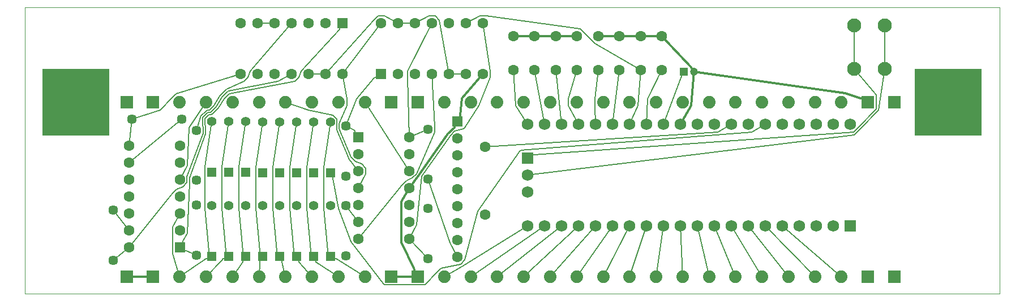
<source format=gbl>
G04 (created by PCBNEW (2013-07-07 BZR 4022)-stable) date 4/22/2014 12:16:29 PM*
%MOIN*%
G04 Gerber Fmt 3.4, Leading zero omitted, Abs format*
%FSLAX34Y34*%
G01*
G70*
G90*
G04 APERTURE LIST*
%ADD10C,0.00590551*%
%ADD11C,0.00393701*%
%ADD12R,0.056X0.056*%
%ADD13C,0.056*%
%ADD14R,0.0629921X0.0629921*%
%ADD15C,0.0629921*%
%ADD16C,0.063*%
%ADD17R,0.0740157X0.0740157*%
%ADD18C,0.0740157*%
%ADD19R,0.393701X0.393701*%
%ADD20C,0.0688976*%
%ADD21R,0.0688976X0.0688976*%
%ADD22C,0.0570866*%
%ADD23C,0.0826772*%
%ADD24R,0.0472441X0.0472441*%
%ADD25C,0.0472441*%
%ADD26C,0.006*%
%ADD27C,0.012*%
G04 APERTURE END LIST*
G54D10*
G54D11*
X7500Y-13900D02*
X7500Y-30800D01*
X64900Y-30800D02*
X64900Y-13900D01*
X7500Y-13900D02*
X64900Y-13900D01*
X64900Y-30800D02*
X7500Y-30800D01*
G54D12*
X18500Y-23650D03*
G54D13*
X18500Y-20650D03*
G54D12*
X25500Y-28600D03*
G54D13*
X25500Y-25600D03*
G54D12*
X25500Y-23665D03*
G54D13*
X25500Y-20665D03*
G54D12*
X24500Y-28600D03*
G54D13*
X24500Y-25600D03*
G54D12*
X18500Y-28600D03*
G54D13*
X18500Y-25600D03*
G54D12*
X19500Y-23650D03*
G54D13*
X19500Y-20650D03*
G54D12*
X19500Y-28600D03*
G54D13*
X19500Y-25600D03*
G54D12*
X20500Y-23650D03*
G54D13*
X20500Y-20650D03*
G54D12*
X20500Y-28600D03*
G54D13*
X20500Y-25600D03*
G54D12*
X21500Y-23683D03*
G54D13*
X21500Y-20683D03*
G54D12*
X21500Y-28600D03*
G54D13*
X21500Y-25600D03*
G54D12*
X22500Y-23670D03*
G54D13*
X22500Y-20670D03*
G54D12*
X22500Y-28600D03*
G54D13*
X22500Y-25600D03*
G54D12*
X24500Y-23676D03*
G54D13*
X24500Y-20676D03*
G54D12*
X23500Y-28600D03*
G54D13*
X23500Y-25600D03*
G54D12*
X23500Y-23667D03*
G54D13*
X23500Y-20667D03*
G54D14*
X32992Y-20640D03*
G54D15*
X32992Y-21640D03*
X32992Y-22640D03*
X32992Y-23640D03*
X32992Y-24640D03*
X32992Y-25640D03*
X32992Y-26640D03*
X32992Y-27640D03*
X32992Y-28640D03*
G54D16*
X34600Y-22141D03*
X34600Y-26141D03*
X36267Y-17610D03*
X36267Y-15610D03*
X37517Y-17610D03*
X37517Y-15610D03*
X38767Y-17610D03*
X38767Y-15610D03*
X40016Y-17610D03*
X40016Y-15610D03*
X41266Y-17610D03*
X41266Y-15610D03*
X43766Y-17610D03*
X43766Y-15610D03*
X45016Y-17610D03*
X45016Y-15610D03*
X42516Y-17610D03*
X42516Y-15610D03*
G54D17*
X15059Y-29800D03*
G54D18*
X16618Y-29800D03*
X18177Y-29800D03*
X19736Y-29800D03*
X21295Y-29800D03*
X22854Y-29800D03*
X24413Y-29800D03*
X25972Y-29800D03*
X27531Y-29800D03*
G54D17*
X29090Y-29800D03*
X30649Y-29800D03*
G54D18*
X32208Y-29800D03*
X33767Y-29800D03*
X35326Y-29800D03*
X36885Y-29800D03*
X38444Y-29800D03*
X40003Y-29800D03*
X41562Y-29800D03*
X43122Y-29800D03*
X44681Y-29800D03*
X46240Y-29800D03*
X47799Y-29800D03*
X49358Y-29800D03*
X50917Y-29800D03*
X52476Y-29800D03*
X54035Y-29800D03*
X55594Y-29800D03*
G54D17*
X13500Y-29800D03*
X57153Y-29800D03*
X58712Y-29800D03*
X15059Y-19500D03*
G54D18*
X16618Y-19500D03*
X18177Y-19500D03*
X19736Y-19500D03*
X21295Y-19500D03*
X22854Y-19500D03*
X24413Y-19500D03*
X25972Y-19500D03*
X27531Y-19500D03*
G54D17*
X29090Y-19500D03*
X30649Y-19500D03*
G54D18*
X32208Y-19500D03*
X33767Y-19500D03*
X35326Y-19500D03*
X36885Y-19500D03*
X38444Y-19500D03*
X40003Y-19500D03*
X41562Y-19500D03*
X43122Y-19500D03*
X44681Y-19500D03*
X46240Y-19500D03*
X47799Y-19500D03*
X49358Y-19500D03*
X50917Y-19500D03*
X52476Y-19500D03*
X54035Y-19500D03*
X55594Y-19500D03*
G54D17*
X13500Y-19500D03*
X57153Y-19500D03*
X58712Y-19500D03*
G54D19*
X10500Y-19500D03*
X61877Y-19500D03*
G54D14*
X16630Y-28070D03*
G54D15*
X16630Y-27070D03*
X16630Y-26070D03*
X16630Y-25070D03*
X16630Y-24070D03*
X16630Y-23070D03*
X16630Y-22070D03*
X13630Y-22070D03*
X13630Y-23070D03*
X13630Y-24070D03*
X13630Y-25070D03*
X13630Y-26070D03*
X13630Y-27070D03*
X13630Y-28070D03*
G54D14*
X28490Y-17850D03*
G54D15*
X29490Y-17850D03*
X30490Y-17850D03*
X31490Y-17850D03*
X32490Y-17850D03*
X33490Y-17850D03*
X34490Y-17850D03*
X34490Y-14850D03*
X33490Y-14850D03*
X32490Y-14850D03*
X31490Y-14850D03*
X30490Y-14850D03*
X29490Y-14850D03*
X28490Y-14850D03*
G54D14*
X26223Y-14850D03*
G54D15*
X25223Y-14850D03*
X24223Y-14850D03*
X23223Y-14850D03*
X22223Y-14850D03*
X21223Y-14850D03*
X20223Y-14850D03*
X20223Y-17850D03*
X21223Y-17850D03*
X22223Y-17850D03*
X23223Y-17850D03*
X24223Y-17850D03*
X25223Y-17850D03*
X26223Y-17850D03*
G54D14*
X27153Y-21580D03*
G54D15*
X27153Y-22580D03*
X27153Y-23580D03*
X27153Y-24580D03*
X27153Y-25580D03*
X27153Y-26580D03*
X27153Y-27580D03*
X30153Y-27580D03*
X30153Y-26580D03*
X30153Y-25580D03*
X30153Y-24580D03*
X30153Y-23580D03*
X30153Y-22580D03*
X30153Y-21580D03*
G54D20*
X56111Y-20819D03*
X55111Y-20819D03*
X54111Y-20819D03*
X53111Y-20819D03*
X52111Y-20819D03*
X51111Y-20819D03*
X50111Y-20819D03*
X49111Y-20819D03*
X48111Y-20819D03*
X47111Y-20819D03*
X46111Y-20819D03*
X45111Y-20819D03*
X44111Y-20819D03*
X43111Y-20819D03*
X42111Y-20819D03*
X41111Y-20819D03*
X40111Y-20819D03*
X39111Y-20819D03*
X38111Y-20819D03*
X37111Y-20819D03*
X37111Y-26819D03*
X38111Y-26819D03*
X39111Y-26819D03*
X40111Y-26819D03*
X41111Y-26819D03*
X42111Y-26819D03*
X43111Y-26819D03*
X44111Y-26819D03*
X45111Y-26819D03*
X46111Y-26819D03*
X47111Y-26819D03*
X48111Y-26819D03*
X49111Y-26819D03*
X50111Y-26819D03*
X51111Y-26819D03*
X52111Y-26819D03*
X53111Y-26819D03*
X54111Y-26819D03*
X55111Y-26819D03*
G54D21*
X56111Y-26819D03*
X37111Y-22819D03*
G54D20*
X37111Y-23819D03*
X37111Y-24819D03*
G54D22*
X31250Y-24048D03*
X31250Y-21095D03*
X31250Y-25785D03*
X31250Y-28737D03*
X26400Y-25609D03*
X26400Y-28561D03*
X26400Y-23876D03*
X26400Y-20923D03*
X12719Y-25883D03*
X12719Y-28836D03*
X16752Y-20495D03*
X13800Y-20495D03*
X17600Y-24126D03*
X17600Y-21173D03*
X17600Y-25592D03*
X17600Y-28545D03*
G54D23*
X58129Y-17539D03*
X58129Y-14980D03*
X56358Y-17539D03*
X56358Y-14980D03*
G54D24*
X46309Y-17700D03*
G54D25*
X46900Y-17700D03*
G54D26*
X26223Y-17850D02*
X28490Y-14850D01*
X26462Y-19296D02*
X26223Y-17850D01*
X26462Y-19703D02*
X26462Y-19296D01*
X26013Y-20763D02*
X26462Y-19703D01*
X26013Y-21083D02*
X26013Y-20763D01*
X26718Y-22760D02*
X26013Y-21083D01*
X26972Y-23015D02*
X26718Y-22760D01*
X27333Y-23145D02*
X26972Y-23015D01*
X27588Y-23400D02*
X27333Y-23145D01*
X27588Y-23760D02*
X27588Y-23400D01*
X27153Y-24580D02*
X27588Y-23760D01*
X36395Y-19703D02*
X36267Y-17610D01*
X37111Y-20819D02*
X36395Y-19703D01*
X38111Y-20819D02*
X37517Y-17610D01*
X39111Y-20819D02*
X38767Y-17610D01*
X39513Y-19703D02*
X40111Y-20819D01*
X39513Y-19296D02*
X39513Y-19703D01*
X40016Y-17610D02*
X39513Y-19296D01*
X41072Y-19296D02*
X41266Y-17610D01*
X41072Y-19703D02*
X41072Y-19296D01*
X41111Y-20819D02*
X41072Y-19703D01*
X42111Y-20819D02*
X42516Y-17610D01*
X41086Y-16045D02*
X43766Y-17610D01*
X40197Y-15175D02*
X41086Y-16045D01*
X34670Y-14415D02*
X40197Y-15175D01*
X34309Y-14415D02*
X34670Y-14415D01*
X33490Y-14850D02*
X34309Y-14415D01*
X43612Y-19703D02*
X43766Y-17610D01*
X43111Y-20819D02*
X43612Y-19703D01*
X44190Y-19296D02*
X45016Y-17610D01*
X44111Y-20819D02*
X44190Y-19296D01*
X46193Y-17985D02*
X45111Y-20819D01*
X46193Y-17936D02*
X46193Y-17985D01*
X46193Y-17906D02*
X46193Y-17936D01*
X46309Y-17700D02*
X46193Y-17906D01*
X33490Y-17850D02*
X32490Y-17850D01*
X31925Y-14669D02*
X32490Y-17850D01*
X31670Y-14415D02*
X31925Y-14669D01*
X31309Y-14415D02*
X31670Y-14415D01*
X30490Y-14850D02*
X31309Y-14415D01*
X29490Y-14850D02*
X30490Y-14850D01*
X28055Y-14669D02*
X25223Y-17850D01*
X28309Y-14415D02*
X28055Y-14669D01*
X28670Y-14415D02*
X28309Y-14415D01*
X29490Y-14850D02*
X28670Y-14415D01*
X21223Y-14850D02*
X22223Y-14850D01*
X24223Y-17850D02*
X25223Y-17850D01*
X37425Y-22595D02*
X37111Y-22819D01*
X37455Y-22595D02*
X37425Y-22595D01*
X37505Y-22595D02*
X37455Y-22595D01*
X56303Y-21284D02*
X37505Y-22595D01*
X56575Y-21012D02*
X56303Y-21284D01*
X57643Y-19919D02*
X56575Y-21012D01*
X57643Y-19820D02*
X57643Y-19919D01*
X57643Y-19080D02*
X57643Y-19820D01*
X56358Y-17539D02*
X57643Y-19080D01*
X56358Y-14980D02*
X56358Y-17539D01*
X56340Y-21434D02*
X37111Y-23819D01*
X56384Y-21416D02*
X56340Y-21434D01*
X56707Y-21092D02*
X56384Y-21416D01*
X57793Y-19981D02*
X56707Y-21092D01*
X58129Y-17539D02*
X57793Y-19981D01*
X58129Y-14980D02*
X58129Y-17539D01*
X18340Y-28350D02*
X18500Y-28600D01*
X18340Y-28320D02*
X18340Y-28350D01*
X18340Y-28270D02*
X18340Y-28320D01*
X18099Y-25765D02*
X18340Y-28270D01*
X18099Y-23979D02*
X18099Y-25765D01*
X18099Y-23880D02*
X18099Y-23979D01*
X18099Y-23320D02*
X18099Y-23880D01*
X18500Y-20650D02*
X18099Y-23320D01*
X16195Y-26890D02*
X16630Y-26070D01*
X16195Y-28335D02*
X16195Y-26890D01*
X16195Y-28435D02*
X16195Y-28335D01*
X16618Y-29800D02*
X16195Y-28435D01*
X18250Y-28759D02*
X18500Y-28600D01*
X18220Y-28759D02*
X18250Y-28759D01*
X18170Y-28759D02*
X18220Y-28759D01*
X16618Y-29800D02*
X18170Y-28759D01*
X19099Y-23320D02*
X19500Y-20650D01*
X19099Y-23880D02*
X19099Y-23320D01*
X19099Y-23979D02*
X19099Y-23880D01*
X19099Y-25765D02*
X19099Y-23979D01*
X19340Y-28270D02*
X19099Y-25765D01*
X19340Y-28320D02*
X19340Y-28270D01*
X19340Y-28350D02*
X19340Y-28320D01*
X19500Y-28600D02*
X19340Y-28350D01*
X19250Y-28759D02*
X19500Y-28600D01*
X19220Y-28759D02*
X19250Y-28759D01*
X19170Y-28759D02*
X19220Y-28759D01*
X19099Y-28830D02*
X19170Y-28759D01*
X18177Y-29800D02*
X19099Y-28830D01*
X17194Y-21005D02*
X18177Y-19500D01*
X17065Y-23250D02*
X17194Y-21005D01*
X16630Y-24070D02*
X17065Y-23250D01*
X20340Y-28350D02*
X20500Y-28600D01*
X20340Y-28320D02*
X20340Y-28350D01*
X20340Y-28270D02*
X20340Y-28320D01*
X20099Y-25765D02*
X20340Y-28270D01*
X20099Y-23979D02*
X20099Y-25765D01*
X20099Y-23880D02*
X20099Y-23979D01*
X20099Y-23320D02*
X20099Y-23880D01*
X20500Y-20650D02*
X20099Y-23320D01*
X20340Y-28850D02*
X20500Y-28600D01*
X20340Y-28880D02*
X20340Y-28850D01*
X20340Y-28929D02*
X20340Y-28880D01*
X19736Y-29800D02*
X20340Y-28929D01*
X21340Y-28350D02*
X21500Y-28600D01*
X21340Y-28320D02*
X21340Y-28350D01*
X21340Y-28270D02*
X21340Y-28320D01*
X21099Y-25765D02*
X21340Y-28270D01*
X21099Y-24013D02*
X21099Y-25765D01*
X21099Y-23913D02*
X21099Y-24013D01*
X21099Y-23353D02*
X21099Y-23913D01*
X21500Y-20683D02*
X21099Y-23353D01*
X21340Y-28850D02*
X21500Y-28600D01*
X21340Y-28880D02*
X21340Y-28850D01*
X21340Y-28929D02*
X21340Y-28880D01*
X21295Y-29800D02*
X21340Y-28929D01*
X22340Y-28350D02*
X22500Y-28600D01*
X22340Y-28320D02*
X22340Y-28350D01*
X22340Y-28270D02*
X22340Y-28320D01*
X22099Y-25765D02*
X22340Y-28270D01*
X22099Y-24000D02*
X22099Y-25765D01*
X22099Y-23900D02*
X22099Y-24000D01*
X22099Y-23340D02*
X22099Y-23900D01*
X22500Y-20670D02*
X22099Y-23340D01*
X22659Y-28850D02*
X22500Y-28600D01*
X22659Y-28880D02*
X22659Y-28850D01*
X22659Y-28929D02*
X22659Y-28880D01*
X22854Y-29800D02*
X22659Y-28929D01*
X24210Y-19990D02*
X22854Y-19500D01*
X25658Y-20284D02*
X24210Y-19990D01*
X25881Y-20507D02*
X25658Y-20284D01*
X25881Y-21133D02*
X25881Y-20507D01*
X26568Y-22803D02*
X25881Y-21133D01*
X26581Y-22836D02*
X26568Y-22803D01*
X27153Y-23580D02*
X26581Y-22836D01*
X23099Y-23337D02*
X23500Y-20667D01*
X23099Y-23897D02*
X23099Y-23337D01*
X23099Y-23996D02*
X23099Y-23897D01*
X23099Y-25765D02*
X23099Y-23996D01*
X23340Y-28270D02*
X23099Y-25765D01*
X23340Y-28320D02*
X23340Y-28270D01*
X23340Y-28350D02*
X23340Y-28320D01*
X23500Y-28600D02*
X23340Y-28350D01*
X23659Y-28850D02*
X23500Y-28600D01*
X23659Y-28880D02*
X23659Y-28850D01*
X23659Y-28929D02*
X23659Y-28880D01*
X24413Y-29800D02*
X23659Y-28929D01*
X24340Y-28350D02*
X24500Y-28600D01*
X24340Y-28320D02*
X24340Y-28350D01*
X24340Y-28270D02*
X24340Y-28320D01*
X24099Y-25765D02*
X24340Y-28270D01*
X24099Y-24005D02*
X24099Y-25765D01*
X24099Y-23906D02*
X24099Y-24005D01*
X24099Y-23346D02*
X24099Y-23906D01*
X24500Y-20676D02*
X24099Y-23346D01*
X24659Y-28850D02*
X24500Y-28600D01*
X24659Y-28880D02*
X24659Y-28850D01*
X24659Y-28929D02*
X24659Y-28880D01*
X24730Y-29000D02*
X24659Y-28929D01*
X25972Y-29800D02*
X24730Y-29000D01*
X25340Y-28350D02*
X25500Y-28600D01*
X25340Y-28320D02*
X25340Y-28350D01*
X25340Y-28270D02*
X25340Y-28320D01*
X25099Y-25765D02*
X25340Y-28270D01*
X25099Y-23995D02*
X25099Y-25765D01*
X25099Y-23896D02*
X25099Y-23995D01*
X25099Y-23336D02*
X25099Y-23896D01*
X25500Y-20665D02*
X25099Y-23336D01*
X25750Y-28759D02*
X25500Y-28600D01*
X25780Y-28759D02*
X25750Y-28759D01*
X25829Y-28759D02*
X25780Y-28759D01*
X27531Y-29800D02*
X25829Y-28759D01*
X27531Y-19500D02*
X30153Y-23580D01*
X13630Y-23070D02*
X16752Y-20495D01*
X12719Y-25883D02*
X13630Y-27070D01*
X26400Y-25609D02*
X27153Y-26580D01*
X32557Y-27820D02*
X32992Y-28640D01*
X31250Y-24048D02*
X32557Y-27820D01*
X48303Y-21284D02*
X34600Y-22141D01*
X49111Y-20819D02*
X48303Y-21284D01*
X25659Y-23915D02*
X25500Y-23665D01*
X25659Y-23945D02*
X25659Y-23915D01*
X25659Y-23995D02*
X25659Y-23945D01*
X25994Y-25777D02*
X25659Y-23995D01*
X26718Y-27760D02*
X25994Y-25777D01*
X28600Y-30219D02*
X26718Y-27760D01*
X28670Y-30290D02*
X28600Y-30219D01*
X30969Y-30290D02*
X28670Y-30290D01*
X31069Y-30290D02*
X30969Y-30290D01*
X31139Y-30219D02*
X31069Y-30290D01*
X31718Y-29596D02*
X31139Y-30219D01*
X32005Y-29309D02*
X31718Y-29596D01*
X33172Y-29075D02*
X32005Y-29309D01*
X33427Y-28820D02*
X33172Y-29075D01*
X34165Y-25960D02*
X33427Y-28820D01*
X36646Y-22425D02*
X34165Y-25960D01*
X36717Y-22355D02*
X36646Y-22425D01*
X50303Y-21284D02*
X36717Y-22355D01*
X51111Y-20819D02*
X50303Y-21284D01*
X33247Y-29211D02*
X32208Y-29800D01*
X37111Y-26819D02*
X33247Y-29211D01*
X38111Y-26819D02*
X33767Y-29800D01*
X47111Y-26819D02*
X47799Y-29800D01*
X48111Y-26819D02*
X49358Y-29800D01*
X49111Y-26819D02*
X50917Y-29800D01*
X50111Y-26819D02*
X52476Y-29800D01*
X51111Y-26819D02*
X54035Y-29800D01*
X52111Y-26819D02*
X55594Y-29800D01*
X39111Y-26819D02*
X35326Y-29800D01*
X40111Y-26819D02*
X36885Y-29800D01*
X41111Y-26819D02*
X38444Y-29800D01*
X42111Y-26819D02*
X40003Y-29800D01*
X43111Y-26819D02*
X41562Y-29800D01*
X44111Y-26819D02*
X43122Y-29800D01*
X45111Y-26819D02*
X44681Y-29800D01*
X46111Y-26819D02*
X46240Y-29800D01*
G54D27*
X33251Y-19280D02*
X34490Y-17850D01*
X33247Y-19289D02*
X33251Y-19280D01*
X33157Y-20263D02*
X33247Y-19289D01*
X33157Y-20325D02*
X33157Y-20263D01*
X33157Y-20385D02*
X33157Y-20325D01*
X32992Y-20640D02*
X33157Y-20385D01*
X37517Y-15610D02*
X36267Y-15610D01*
X38767Y-15610D02*
X37517Y-15610D01*
X40016Y-15610D02*
X38767Y-15610D01*
X43766Y-15610D02*
X42516Y-15610D01*
X45016Y-15610D02*
X43766Y-15610D01*
X42516Y-15610D02*
X41266Y-15610D01*
X30339Y-29800D02*
X30649Y-29800D01*
X30279Y-29800D02*
X30339Y-29800D01*
X29460Y-29800D02*
X30279Y-29800D01*
X29400Y-29800D02*
X29460Y-29800D01*
X29090Y-29800D02*
X29400Y-29800D01*
X29688Y-25387D02*
X30153Y-24580D01*
X29688Y-27387D02*
X29688Y-25387D01*
X29688Y-27772D02*
X29688Y-27387D01*
X30429Y-29367D02*
X29688Y-27772D01*
X30429Y-29429D02*
X30429Y-29367D01*
X30429Y-29489D02*
X30429Y-29429D01*
X30649Y-29800D02*
X30429Y-29489D01*
X14748Y-29800D02*
X15059Y-29800D01*
X14688Y-29800D02*
X14748Y-29800D01*
X13870Y-29800D02*
X14688Y-29800D01*
X13810Y-29800D02*
X13870Y-29800D01*
X13500Y-29800D02*
X13810Y-29800D01*
X32827Y-20895D02*
X32992Y-20640D01*
X32827Y-20955D02*
X32827Y-20895D01*
X32807Y-21009D02*
X32827Y-20955D01*
X32427Y-21389D02*
X32807Y-21009D01*
X30710Y-23826D02*
X32427Y-21389D01*
X30153Y-24580D02*
X30710Y-23826D01*
X46760Y-19710D02*
X46900Y-17700D01*
X46756Y-19719D02*
X46760Y-19710D01*
X46111Y-20819D02*
X46756Y-19719D01*
X46695Y-17401D02*
X45016Y-15610D01*
X46900Y-17700D02*
X46695Y-17401D01*
X56843Y-19279D02*
X57153Y-19500D01*
X56783Y-19279D02*
X56843Y-19279D01*
X56721Y-19279D02*
X56783Y-19279D01*
X55804Y-18979D02*
X56721Y-19279D01*
X46900Y-17700D02*
X55804Y-18979D01*
X59022Y-19500D02*
X58712Y-19500D01*
G54D26*
X15478Y-19990D02*
X13804Y-20508D01*
X15549Y-19919D02*
X15478Y-19990D01*
X16127Y-19296D02*
X15549Y-19919D01*
X16415Y-19009D02*
X16127Y-19296D01*
X20223Y-17850D02*
X16415Y-19009D01*
X13800Y-20495D02*
X13804Y-20508D01*
X13804Y-20508D02*
X13630Y-22070D01*
X30055Y-17669D02*
X31490Y-14850D01*
X30055Y-18030D02*
X30055Y-17669D01*
X30153Y-21580D02*
X30055Y-18030D01*
X30153Y-21580D02*
X31250Y-21095D01*
X16825Y-27785D02*
X16630Y-28070D01*
X16825Y-27755D02*
X16825Y-27785D01*
X16825Y-27705D02*
X16825Y-27755D01*
X17065Y-27250D02*
X16825Y-27705D01*
X17201Y-24290D02*
X17065Y-27250D01*
X17201Y-23961D02*
X17201Y-24290D01*
X18155Y-21390D02*
X17201Y-23961D01*
X18155Y-20955D02*
X18155Y-21390D01*
X18110Y-20811D02*
X18155Y-20955D01*
X18110Y-20488D02*
X18110Y-20811D01*
X18338Y-20260D02*
X18110Y-20488D01*
X18435Y-20260D02*
X18338Y-20260D01*
X18532Y-20219D02*
X18435Y-20260D01*
X18897Y-19855D02*
X18532Y-20219D01*
X19246Y-19296D02*
X18897Y-19855D01*
X19533Y-19009D02*
X19246Y-19296D01*
X23403Y-18285D02*
X19533Y-19009D01*
X23658Y-18030D02*
X23403Y-18285D01*
X23788Y-17669D02*
X23658Y-18030D01*
X26028Y-15214D02*
X23788Y-17669D01*
X26028Y-15164D02*
X26028Y-15214D01*
X26028Y-15134D02*
X26028Y-15164D01*
X26223Y-14850D02*
X26028Y-15134D01*
X16915Y-28265D02*
X16630Y-28070D01*
X16945Y-28265D02*
X16915Y-28265D01*
X16995Y-28265D02*
X16945Y-28265D01*
X17600Y-28545D02*
X16995Y-28265D01*
X16195Y-24890D02*
X13630Y-28070D01*
X16450Y-24635D02*
X16195Y-24890D01*
X16808Y-24498D02*
X16450Y-24635D01*
X17058Y-24247D02*
X16808Y-24498D01*
X17058Y-23911D02*
X17058Y-24247D01*
X18005Y-21341D02*
X17058Y-23911D01*
X18005Y-21005D02*
X18005Y-21341D01*
X17970Y-20862D02*
X18005Y-21005D01*
X17970Y-20437D02*
X17970Y-20862D01*
X17975Y-20425D02*
X17970Y-20437D01*
X18275Y-20125D02*
X17975Y-20425D01*
X18287Y-20120D02*
X18275Y-20125D01*
X18407Y-20120D02*
X18287Y-20120D01*
X18452Y-20101D02*
X18407Y-20120D01*
X18778Y-19775D02*
X18452Y-20101D01*
X19117Y-19212D02*
X18778Y-19775D01*
X19449Y-18881D02*
X19117Y-19212D01*
X19502Y-18859D02*
X19449Y-18881D01*
X22403Y-18285D02*
X19502Y-18859D01*
X23223Y-17850D02*
X22403Y-18285D01*
X12719Y-28836D02*
X13630Y-28070D01*
X34925Y-17669D02*
X34490Y-14850D01*
X34925Y-18030D02*
X34925Y-17669D01*
X34257Y-19703D02*
X34925Y-18030D01*
X33427Y-21004D02*
X34257Y-19703D01*
X33356Y-21075D02*
X33427Y-21004D01*
X32819Y-21224D02*
X33356Y-21075D01*
X32576Y-21468D02*
X32819Y-21224D01*
X30867Y-23890D02*
X32576Y-21468D01*
X30588Y-26760D02*
X30867Y-23890D01*
X30153Y-27580D02*
X30588Y-26760D01*
X31250Y-28737D02*
X30153Y-27580D01*
X17830Y-20409D02*
X17600Y-21173D01*
X17856Y-20346D02*
X17830Y-20409D01*
X18196Y-20006D02*
X17856Y-20346D01*
X18259Y-19980D02*
X18196Y-20006D01*
X18376Y-19980D02*
X18259Y-19980D01*
X18657Y-19698D02*
X18376Y-19980D01*
X18990Y-19127D02*
X18657Y-19698D01*
X19364Y-18754D02*
X18990Y-19127D01*
X20403Y-18285D02*
X19364Y-18754D01*
X20658Y-18030D02*
X20403Y-18285D01*
X20788Y-17669D02*
X20658Y-18030D01*
X23223Y-14850D02*
X20788Y-17669D01*
X28205Y-18044D02*
X28490Y-17850D01*
X28175Y-18044D02*
X28205Y-18044D01*
X28125Y-18044D02*
X28175Y-18044D01*
X28055Y-18115D02*
X28125Y-18044D01*
X27041Y-19296D02*
X28055Y-18115D01*
X26400Y-20923D02*
X27041Y-19296D01*
X26958Y-21295D02*
X27153Y-21580D01*
X26958Y-21265D02*
X26958Y-21295D01*
X26958Y-21215D02*
X26958Y-21265D01*
X26887Y-21145D02*
X26958Y-21215D01*
X26400Y-20923D02*
X26887Y-21145D01*
X31655Y-20927D02*
X31490Y-17850D01*
X31655Y-21263D02*
X31655Y-20927D01*
X30564Y-23750D02*
X31655Y-21263D01*
X30323Y-23991D02*
X30564Y-23750D01*
X29972Y-24145D02*
X30323Y-23991D01*
X29718Y-24400D02*
X29972Y-24145D01*
X27153Y-27580D02*
X29718Y-24400D01*
M02*

</source>
